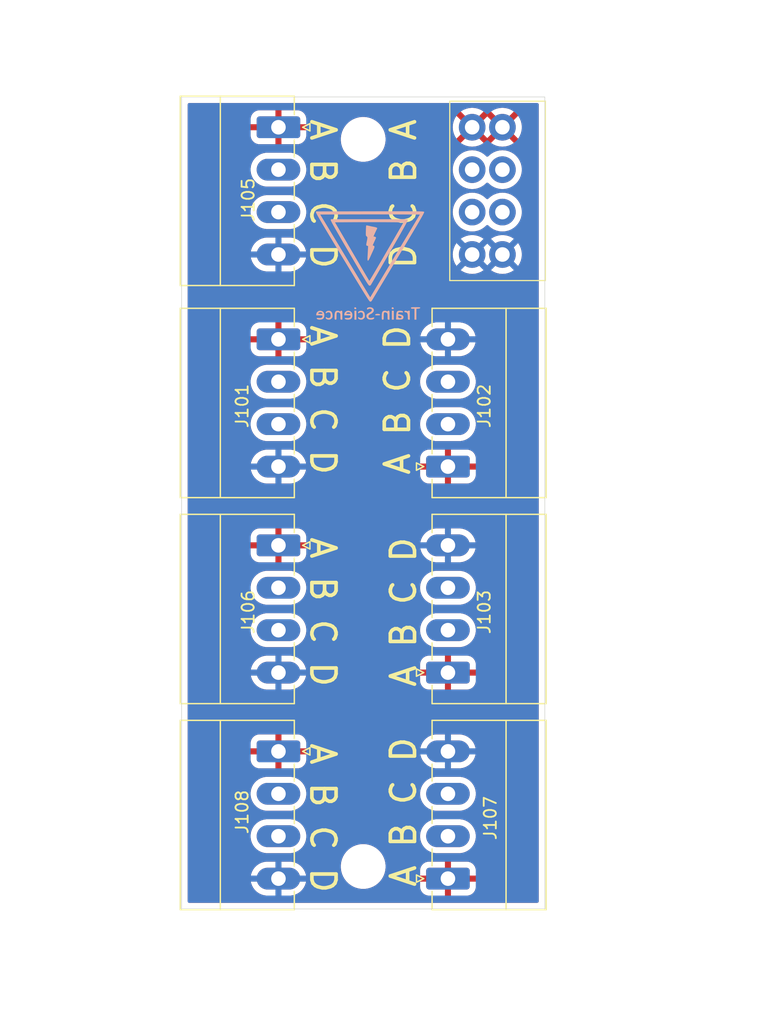
<source format=kicad_pcb>
(kicad_pcb (version 20240108) (generator "pcbnew") (generator_version "8.0")
  (layers (0 "F.Cu" signal) (1 "In1.Cu" signal) (2 "In2.Cu" signal) (31 "B.Cu" signal) (34 "B.Paste" user) (35 "F.Paste" user) (36 "B.SilkS" user "B.Silkscreen") (37 "F.SilkS" user "F.Silkscreen") (38 "B.Mask" user) (39 "F.Mask" user) (44 "Edge.Cuts" user))
  (net 0 "")
  (net 1 "/A")
  (net 2 "/D")
  (net 3 "/C")
  (net 4 "/B")
  (footprint "Connector_Phoenix_MC:PhoenixContact_MC_1,5_4-G-3.5_1x04_P3.50mm_Horizontal" (layer "F.Cu") (at 105 109.5 90)
    (property "Reference" "J107" (at 5 3.5 270) (layer "F.SilkS"))
    (property "Value" "FEMALE")
    (fp_line (start 0.3 -2.6) (end 0 -2) (stroke (width 0.12)) (layer "F.SilkS"))
    (fp_line (start -0.3 -2.6) (end 0.3 -2.6) (stroke (width 0.12)) (layer "F.SilkS"))
    (fp_line (start 0 -2) (end -0.3 -2.6) (stroke (width 0.12)) (layer "F.SilkS"))
    (fp_line (start 13.06 -1.31) (end 11.55 -1.31) (stroke (width 0.12)) (layer "F.SilkS"))
    (fp_line (start 8.05 -1.31) (end 9.45 -1.31) (stroke (width 0.12)) (layer "F.SilkS"))
    (fp_line (start 4.55 -1.31) (end 5.95 -1.31) (stroke (width 0.12)) (layer "F.SilkS"))
    (fp_line (start 1.05 -1.31) (end 2.45 -1.31) (stroke (width 0.12)) (layer "F.SilkS"))
    (fp_line (start -2.56 -1.31) (end -1.05 -1.31) (stroke (width 0.12)) (layer "F.SilkS"))
    (fp_line (start -2.56 -1.31) (end -2.56 8.11) (stroke (width 0.12)) (layer "F.SilkS"))
    (fp_line (start -2.56 4.8) (end 13.06 4.8) (stroke (width 0.12)) (layer "F.SilkS"))
    (fp_line (start 13.06 8.11) (end 13.06 -1.31) (stroke (width 0.12)) (layer "F.SilkS"))
    (fp_line (start -2.56 8.11) (end 13.06 8.11) (stroke (width 0.12)) (layer "F.SilkS"))
    (pad "1" thru_hole roundrect (at 0 0 90) (size 1.8 3.6) (drill 1.2) (layers "*.Cu" "*.Mask") (roundrect_rratio 0.138889) (net 1 "/A"))
    (pad "2" thru_hole oval (at 3.5 0 90) (size 1.8 3.6) (drill 1.2) (layers "*.Cu" "*.Mask") (net 4 "/B"))
    (pad "3" thru_hole oval (at 7 0 90) (size 1.8 3.6) (drill 1.2) (layers "*.Cu" "*.Mask") (net 3 "/C"))
    (pad "4" thru_hole oval (at 10.5 0 90) (size 1.8 3.6) (drill 1.2) (layers "*.Cu" "*.Mask") (net 2 "/D"))
  )
  (footprint "custom_kicad_lib_sk:connector_3.50mm_4P horizontal_MALE" (layer "F.Cu") (at 107 52.75 90)
    (property "Reference" "J104" (hide yes))
    (property "Value" "MALE" (hide yes))
    (fp_line (start 7.4 -1.85) (end 7.4 6.05) (stroke (width 0.1)) (layer "F.SilkS"))
    (fp_line (start -7.4 -1.85) (end 7.4 -1.85) (stroke (width 0.1)) (layer "F.SilkS"))
    (fp_line (start -7.4 -1.85) (end -7.4 6.05) (stroke (width 0.1)) (layer "F.SilkS"))
    (fp_line (start 7.4 6.05) (end -7.4 6.05) (stroke (width 0.1)) (layer "F.SilkS"))
    (pad "1" thru_hole circle (at -5.25 0 90) (size 2.2 2.2) (drill 1.2) (layers "*.Cu" "*.Mask") (net 2 "/D"))
    (pad "1" thru_hole circle (at -5.25 2.5 90) (size 2.2 2.2) (drill 1.2) (layers "*.Cu" "*.Mask") (net 2 "/D"))
    (pad "2" thru_hole circle (at -1.75 0 90) (size 2.2 2.2) (drill 1.2) (layers "*.Cu" "*.Mask") (net 3 "/C"))
    (pad "2" thru_hole circle (at -1.75 2.5 90) (size 2.2 2.2) (drill 1.2) (layers "*.Cu" "*.Mask") (net 3 "/C"))
    (pad "3" thru_hole circle (at 1.75 0 90) (size 2.2 2.2) (drill 1.2) (layers "*.Cu" "*.Mask") (net 4 "/B"))
    (pad "3" thru_hole circle (at 1.75 2.5 90) (size 2.2 2.2) (drill 1.2) (layers "*.Cu" "*.Mask") (net 4 "/B"))
    (pad "4" thru_hole circle (at 5.25 0 90) (size 2.2 2.2) (drill 1.2) (layers "*.Cu" "*.Mask") (net 1 "/A"))
    (pad "4" thru_hole circle (at 5.25 2.5 90) (size 2.2 2.2) (drill 1.2) (layers "*.Cu" "*.Mask") (net 1 "/A"))
  )
  (footprint "Connector_Phoenix_MC:PhoenixContact_MC_1,5_4-G-3.5_1x04_P3.50mm_Horizontal" (layer "F.Cu") (at 91 82 -90)
    (property "Reference" "J106" (at 5.5 2.5 90) (layer "F.SilkS"))
    (property "Value" "FEMALE")
    (fp_line (start -2.56 8.11) (end 13.06 8.11) (stroke (width 0.12)) (layer "F.SilkS"))
    (fp_line (start 13.06 8.11) (end 13.06 -1.31) (stroke (width 0.12)) (layer "F.SilkS"))
    (fp_line (start -2.56 4.8) (end 13.06 4.8) (stroke (width 0.12)) (layer "F.SilkS"))
    (fp_line (start -2.56 -1.31) (end -2.56 8.11) (stroke (width 0.12)) (layer "F.SilkS"))
    (fp_line (start -2.56 -1.31) (end -1.05 -1.31) (stroke (width 0.12)) (layer "F.SilkS"))
    (fp_line (start 1.05 -1.31) (end 2.45 -1.31) (stroke (width 0.12)) (layer "F.SilkS"))
    (fp_line (start 4.55 -1.31) (end 5.95 -1.31) (stroke (width 0.12)) (layer "F.SilkS"))
    (fp_line (start 8.05 -1.31) (end 9.45 -1.31) (stroke (width 0.12)) (layer "F.SilkS"))
    (fp_line (start 13.06 -1.31) (end 11.55 -1.31) (stroke (width 0.12)) (layer "F.SilkS"))
    (fp_line (start 0 -2) (end -0.3 -2.6) (stroke (width 0.12)) (layer "F.SilkS"))
    (fp_line (start -0.3 -2.6) (end 0.3 -2.6) (stroke (width 0.12)) (layer "F.SilkS"))
    (fp_line (start 0.3 -2.6) (end 0 -2) (stroke (width 0.12)) (layer "F.SilkS"))
    (pad "1" thru_hole roundrect (at 0 0 270) (size 1.8 3.6) (drill 1.2) (layers "*.Cu" "*.Mask") (roundrect_rratio 0.138889) (net 1 "/A"))
    (pad "2" thru_hole oval (at 3.5 0 270) (size 1.8 3.6) (drill 1.2) (layers "*.Cu" "*.Mask") (net 4 "/B"))
    (pad "3" thru_hole oval (at 7 0 270) (size 1.8 3.6) (drill 1.2) (layers "*.Cu" "*.Mask") (net 3 "/C"))
    (pad "4" thru_hole oval (at 10.5 0 270) (size 1.8 3.6) (drill 1.2) (layers "*.Cu" "*.Mask") (net 2 "/D"))
  )
  (footprint "Connector_Phoenix_MC:PhoenixContact_MC_1,5_4-G-3.5_1x04_P3.50mm_Horizontal" (layer "F.Cu") (at 91 99 -90)
    (property "Reference" "J108" (at 5 3 90) (layer "F.SilkS"))
    (property "Value" "FEMALE")
    (fp_line (start -2.56 8.11) (end 13.06 8.11) (stroke (width 0.12)) (layer "F.SilkS"))
    (fp_line (start 13.06 8.11) (end 13.06 -1.31) (stroke (width 0.12)) (layer "F.SilkS"))
    (fp_line (start -2.56 4.8) (end 13.06 4.8) (stroke (width 0.12)) (layer "F.SilkS"))
    (fp_line (start -2.56 -1.31) (end -2.56 8.11) (stroke (width 0.12)) (layer "F.SilkS"))
    (fp_line (start -2.56 -1.31) (end -1.05 -1.31) (stroke (width 0.12)) (layer "F.SilkS"))
    (fp_line (start 1.05 -1.31) (end 2.45 -1.31) (stroke (width 0.12)) (layer "F.SilkS"))
    (fp_line (start 4.55 -1.31) (end 5.95 -1.31) (stroke (width 0.12)) (layer "F.SilkS"))
    (fp_line (start 8.05 -1.31) (end 9.45 -1.31) (stroke (width 0.12)) (layer "F.SilkS"))
    (fp_line (start 13.06 -1.31) (end 11.55 -1.31) (stroke (width 0.12)) (layer "F.SilkS"))
    (fp_line (start 0 -2) (end -0.3 -2.6) (stroke (width 0.12)) (layer "F.SilkS"))
    (fp_line (start -0.3 -2.6) (end 0.3 -2.6) (stroke (width 0.12)) (layer "F.SilkS"))
    (fp_line (start 0.3 -2.6) (end 0 -2) (stroke (width 0.12)) (layer "F.SilkS"))
    (pad "1" thru_hole roundrect (at 0 0 270) (size 1.8 3.6) (drill 1.2) (layers "*.Cu" "*.Mask") (roundrect_rratio 0.138889) (net 1 "/A"))
    (pad "2" thru_hole oval (at 3.5 0 270) (size 1.8 3.6) (drill 1.2) (layers "*.Cu" "*.Mask") (net 4 "/B"))
    (pad "3" thru_hole oval (at 7 0 270) (size 1.8 3.6) (drill 1.2) (layers "*.Cu" "*.Mask") (net 3 "/C"))
    (pad "4" thru_hole oval (at 10.5 0 270) (size 1.8 3.6) (drill 1.2) (layers "*.Cu" "*.Mask") (net 2 "/D"))
  )
  (footprint "MountingHole:MountingHole_3.2mm_M3" (layer "F.Cu") (at 98 48.5)
    (property "Reference" "REF**" (hide yes))
    (property "Value" "MountingHole_3.2mm_M3")
    (pad "" np_thru_hole circle (at 0 0) (size 3.2 3.2) (drill 3.2) (layers "F&B.Cu" "*.Mask"))
  )
  (footprint "Connector_Phoenix_MC:PhoenixContact_MC_1,5_4-G-3.5_1x04_P3.50mm_Horizontal" (layer "F.Cu") (at 91 65 -90)
    (property "Reference" "J101" (at 5.5 3 90) (layer "F.SilkS"))
    (property "Value" "FEMALE")
    (fp_line (start -2.56 8.11) (end 13.06 8.11) (stroke (width 0.12)) (layer "F.SilkS"))
    (fp_line (start 13.06 8.11) (end 13.06 -1.31) (stroke (width 0.12)) (layer "F.SilkS"))
    (fp_line (start -2.56 4.8) (end 13.06 4.8) (stroke (width 0.12)) (layer "F.SilkS"))
    (fp_line (start -2.56 -1.31) (end -2.56 8.11) (stroke (width 0.12)) (layer "F.SilkS"))
    (fp_line (start -2.56 -1.31) (end -1.05 -1.31) (stroke (width 0.12)) (layer "F.SilkS"))
    (fp_line (start 1.05 -1.31) (end 2.45 -1.31) (stroke (width 0.12)) (layer "F.SilkS"))
    (fp_line (start 4.55 -1.31) (end 5.95 -1.31) (stroke (width 0.12)) (layer "F.SilkS"))
    (fp_line (start 8.05 -1.31) (end 9.45 -1.31) (stroke (width 0.12)) (layer "F.SilkS"))
    (fp_line (start 13.06 -1.31) (end 11.55 -1.31) (stroke (width 0.12)) (layer "F.SilkS"))
    (fp_line (start 0 -2) (end -0.3 -2.6) (stroke (width 0.12)) (layer "F.SilkS"))
    (fp_line (start -0.3 -2.6) (end 0.3 -2.6) (stroke (width 0.12)) (layer "F.SilkS"))
    (fp_line (start 0.3 -2.6) (end 0 -2) (stroke (width 0.12)) (layer "F.SilkS"))
    (pad "1" thru_hole roundrect (at 0 0 270) (size 1.8 3.6) (drill 1.2) (layers "*.Cu" "*.Mask") (roundrect_rratio 0.138889) (net 1 "/A"))
    (pad "2" thru_hole oval (at 3.5 0 270) (size 1.8 3.6) (drill 1.2) (layers "*.Cu" "*.Mask") (net 4 "/B"))
    (pad "3" thru_hole oval (at 7 0 270) (size 1.8 3.6) (drill 1.2) (layers "*.Cu" "*.Mask") (net 3 "/C"))
    (pad "4" thru_hole oval (at 10.5 0 270) (size 1.8 3.6) (drill 1.2) (layers "*.Cu" "*.Mask") (net 2 "/D"))
  )
  (footprint "Connector_Phoenix_MC:PhoenixContact_MC_1,5_4-G-3.5_1x04_P3.50mm_Horizontal" (layer "F.Cu") (at 105 92.5 90)
    (property "Reference" "J103" (at 5 3 270) (layer "F.SilkS"))
    (property "Value" "FEMALE")
    (fp_line (start 0.3 -2.6) (end 0 -2) (stroke (width 0.12)) (layer "F.SilkS"))
    (fp_line (start -0.3 -2.6) (end 0.3 -2.6) (stroke (width 0.12)) (layer "F.SilkS"))
    (fp_line (start 0 -2) (end -0.3 -2.6) (stroke (width 0.12)) (layer "F.SilkS"))
    (fp_line (start 13.06 -1.31) (end 11.55 -1.31) (stroke (width 0.12)) (layer "F.SilkS"))
    (fp_line (start 8.05 -1.31) (end 9.45 -1.31) (stroke (width 0.12)) (layer "F.SilkS"))
    (fp_line (start 4.55 -1.31) (end 5.95 -1.31) (stroke (width 0.12)) (layer "F.SilkS"))
    (fp_line (start 1.05 -1.31) (end 2.45 -1.31) (stroke (width 0.12)) (layer "F.SilkS"))
    (fp_line (start -2.56 -1.31) (end -1.05 -1.31) (stroke (width 0.12)) (layer "F.SilkS"))
    (fp_line (start -2.56 -1.31) (end -2.56 8.11) (stroke (width 0.12)) (layer "F.SilkS"))
    (fp_line (start -2.56 4.8) (end 13.06 4.8) (stroke (width 0.12)) (layer "F.SilkS"))
    (fp_line (start 13.06 8.11) (end 13.06 -1.31) (stroke (width 0.12)) (layer "F.SilkS"))
    (fp_line (start -2.56 8.11) (end 13.06 8.11) (stroke (width 0.12)) (layer "F.SilkS"))
    (pad "1" thru_hole roundrect (at 0 0 90) (size 1.8 3.6) (drill 1.2) (layers "*.Cu" "*.Mask") (roundrect_rratio 0.138889) (net 1 "/A"))
    (pad "2" thru_hole oval (at 3.5 0 90) (size 1.8 3.6) (drill 1.2) (layers "*.Cu" "*.Mask") (net 4 "/B"))
    (pad "3" thru_hole oval (at 7 0 90) (size 1.8 3.6) (drill 1.2) (layers "*.Cu" "*.Mask") (net 3 "/C"))
    (pad "4" thru_hole oval (at 10.5 0 90) (size 1.8 3.6) (drill 1.2) (layers "*.Cu" "*.Mask") (net 2 "/D"))
  )
  (footprint "MountingHole:MountingHole_3.2mm_M3" (layer "F.Cu") (at 98 108.5)
    (property "Reference" "REF**" (hide yes))
    (property "Value" "MountingHole_3.2mm_M3")
    (pad "" np_thru_hole circle (at 0 0) (size 3.2 3.2) (drill 3.2) (layers "*.Cu" "*.Mask"))
  )
  (footprint "Connector_Phoenix_MC:PhoenixContact_MC_1,5_4-G-3.5_1x04_P3.50mm_Horizontal" (layer "F.Cu") (at 105 75.5 90)
    (property "Reference" "J102" (at 5 3 270) (layer "F.SilkS"))
    (property "Value" "FEMALE")
    (fp_line (start 0.3 -2.6) (end 0 -2) (stroke (width 0.12)) (layer "F.SilkS"))
    (fp_line (start -0.3 -2.6) (end 0.3 -2.6) (stroke (width 0.12)) (layer "F.SilkS"))
    (fp_line (start 0 -2) (end -0.3 -2.6) (stroke (width 0.12)) (layer "F.SilkS"))
    (fp_line (start 13.06 -1.31) (end 11.55 -1.31) (stroke (width 0.12)) (layer "F.SilkS"))
    (fp_line (start 8.05 -1.31) (end 9.45 -1.31) (stroke (width 0.12)) (layer "F.SilkS"))
    (fp_line (start 4.55 -1.31) (end 5.95 -1.31) (stroke (width 0.12)) (layer "F.SilkS"))
    (fp_line (start 1.05 -1.31) (end 2.45 -1.31) (stroke (width 0.12)) (layer "F.SilkS"))
    (fp_line (start -2.56 -1.31) (end -1.05 -1.31) (stroke (width 0.12)) (layer "F.SilkS"))
    (fp_line (start -2.56 -1.31) (end -2.56 8.11) (stroke (width 0.12)) (layer "F.SilkS"))
    (fp_line (start -2.56 4.8) (end 13.06 4.8) (stroke (width 0.12)) (layer "F.SilkS"))
    (fp_line (start 13.06 8.11) (end 13.06 -1.31) (stroke (width 0.12)) (layer "F.SilkS"))
    (fp_line (start -2.56 8.11) (end 13.06 8.11) (stroke (width 0.12)) (layer "F.SilkS"))
    (pad "1" thru_hole roundrect (at 0 0 90) (size 1.8 3.6) (drill 1.2) (layers "*.Cu" "*.Mask") (roundrect_rratio 0.138889) (net 1 "/A"))
    (pad "2" thru_hole oval (at 3.5 0 90) (size 1.8 3.6) (drill 1.2) (layers "*.Cu" "*.Mask") (net 4 "/B"))
    (pad "3" thru_hole oval (at 7 0 90) (size 1.8 3.6) (drill 1.2) (layers "*.Cu" "*.Mask") (net 3 "/C"))
    (pad "4" thru_hole oval (at 10.5 0 90) (size 1.8 3.6) (drill 1.2) (layers "*.Cu" "*.Mask") (net 2 "/D"))
  )
  (footprint "Connector_Phoenix_MC:PhoenixContact_MC_1,5_4-G-3.5_1x04_P3.50mm_Horizontal" (layer "F.Cu") (at 91 47.5 -90)
    (property "Reference" "J105" (at 6 2.5 90) (layer "F.SilkS"))
    (property "Value" "FEMALE")
    (fp_line (start -2.56 8.11) (end 13.06 8.11) (stroke (width 0.12)) (layer "F.SilkS"))
    (fp_line (start 13.06 8.11) (end 13.06 -1.31) (stroke (width 0.12)) (layer "F.SilkS"))
    (fp_line (start -2.56 4.8) (end 13.06 4.8) (stroke (width 0.12)) (layer "F.SilkS"))
    (fp_line (start -2.56 -1.31) (end -2.56 8.11) (stroke (width 0.12)) (layer "F.SilkS"))
    (fp_line (start -2.56 -1.31) (end -1.05 -1.31) (stroke (width 0.12)) (layer "F.SilkS"))
    (fp_line (start 1.05 -1.31) (end 2.45 -1.31) (stroke (width 0.12)) (layer "F.SilkS"))
    (fp_line (start 4.55 -1.31) (end 5.95 -1.31) (stroke (width 0.12)) (layer "F.SilkS"))
    (fp_line (start 8.05 -1.31) (end 9.45 -1.31) (stroke (width 0.12)) (layer "F.SilkS"))
    (fp_line (start 13.06 -1.31) (end 11.55 -1.31) (stroke (width 0.12)) (layer "F.SilkS"))
    (fp_line (start 0 -2) (end -0.3 -2.6) (stroke (width 0.12)) (layer "F.SilkS"))
    (fp_line (start -0.3 -2.6) (end 0.3 -2.6) (stroke (width 0.12)) (layer "F.SilkS"))
    (fp_line (start 0.3 -2.6) (end 0 -2) (stroke (width 0.12)) (layer "F.SilkS"))
    (pad "1" thru_hole roundrect (at 0 0 270) (size 1.8 3.6) (drill 1.2) (layers "*.Cu" "*.Mask") (roundrect_rratio 0.138889) (net 1 "/A"))
    (pad "2" thru_hole oval (at 3.5 0 270) (size 1.8 3.6) (drill 1.2) (layers "*.Cu" "*.Mask") (net 4 "/B"))
    (pad "3" thru_hole oval (at 7 0 270) (size 1.8 3.6) (drill 1.2) (layers "*.Cu" "*.Mask") (net 3 "/C"))
    (pad "4" thru_hole oval (at 10.5 0 270) (size 1.8 3.6) (drill 1.2) (layers "*.Cu" "*.Mask") (net 2 "/D"))
  )
  (footprint "custom_kicad_lib_sk:Train-Science logo small" (layer "B.Cu") (at 98.5 59 180)
    (property "Reference" "G***" (hide yes))
    (property "Value" "LOGO" (hide yes))
    (fp_poly (pts (xy 1.223321 -4.3782) (xy 1.062357 -4.3782) (xy 1.062357 -3.637769) (xy 1.223321 -3.637769)) (fill solid) (layer "B.SilkS"))
    (fp_poly (pts (xy -1.867174 -4.3782) (xy -2.028137 -4.3782) (xy -2.028137 -3.637769) (xy -1.867174 -3.637769)) (fill solid) (layer "B.SilkS"))
    (fp_poly (pts (xy 1.211443 -3.365565) (xy 1.235424 -3.397528) (xy 1.241537 -3.467248) (xy 1.192998 -3.5033) (xy 1.1387 -3.508999) (xy 1.079454 -3.497959) (xy 1.066286 -3.453786) (xy 1.068167 -3.436565) (xy 1.099438 -3.378361) (xy 1.155683 -3.352714)) (fill solid) (layer "B.SilkS"))
    (fp_poly (pts (xy -1.879051 -3.365565) (xy -1.85507 -3.397528) (xy -1.848957 -3.467248) (xy -1.897497 -3.5033) (xy -1.951794 -3.508999) (xy -2.01104 -3.497959) (xy -2.024208 -3.453786) (xy -2.022328 -3.436565) (xy -1.991057 -3.378361) (xy -1.934811 -3.352714)) (fill solid) (layer "B.SilkS"))
    (fp_poly (pts (xy -0.612737 -3.9006) (xy -0.533283 -3.922266) (xy -0.490713 -3.961014) (xy -0.488845 -3.967744) (xy -0.490951 -3.998166) (xy -0.520453 -4.01526) (xy -0.590351 -4.022672) (xy -0.689781 -4.024081) (xy -0.808268 -4.020841) (xy -0.874379 -4.009353) (xy -0.899883 -3.986965) (xy -0.901394 -3.976406) (xy -0.873403 -3.933919) (xy -0.802697 -3.906845) (xy -0.709175 -3.895599)) (fill solid) (layer "B.SilkS"))
    (fp_poly (pts (xy -3.20706 -3.649174) (xy -3.187072 -3.671095) (xy -3.167366 -3.687977) (xy -3.124803 -3.671095) (xy -3.032476 -3.639196) (xy -2.952967 -3.641074) (xy -2.904379 -3.674259) (xy -2.897338 -3.702155) (xy -2.912873 -3.749633) (xy -2.970283 -3.766013) (xy -2.992091 -3.76654) (xy -3.08017 -3.784752) (xy -3.139695 -3.843818) (xy -3.1741 -3.950385) (xy -3.18682 -4.1111) (xy -3.187072 -4.143919) (xy -3.188151 -4.264488) (xy -3.194538 -4.33444) (xy -3.210963 -4.367539) (xy -3.242154 -4.377549) (xy -3.267554 -4.3782) (xy -3.348035 -4.3782) (xy -3.348035 -3.637769) (xy -3.267554 -3.637769)) (fill solid) (layer "B.SilkS"))
    (fp_poly (pts (xy -3.669632 -3.34866) (xy -3.559722 -3.351709) (xy -3.492918 -3.358945) (xy -3.458582 -3.372129) (xy -3.446076 -3.393024) (xy -3.444613 -3.412421) (xy -3.454092 -3.452657) (xy -3.493451 -3.471683) (xy -3.579073 -3.476782) (xy -3.58948 -3.476806) (xy -3.734347 -3.476806) (xy -3.734347 -4.3782) (xy -3.89531 -4.3782) (xy -3.89531 -3.480334) (xy -4.047936 -3.470522) (xy -4.148526 -3.457408) (xy -4.198923 -3.431105) (xy -4.21126 -3.404373) (xy -4.210399 -3.380588) (xy -4.190335 -3.364589) (xy -4.140901 -3.354863) (xy -4.051928 -3.349892) (xy -3.91325 -3.348161) (xy -3.833286 -3.348036)) (fill solid) (layer "B.SilkS"))
    (fp_poly (pts (xy 3.456146 -3.654371) (xy 3.543105 -3.697368) (xy 3.592791 -3.756548) (xy 3.594178 -3.814197) (xy 3.572895 -3.852981) (xy 3.542199 -3.843557) (xy 3.513841 -3.819211) (xy 3.424501 -3.7745) (xy 3.322943 -3.773442) (xy 3.238538 -3.81626) (xy 3.237661 -3.817129) (xy 3.201357 -3.890078) (xy 3.187495 -3.994878) (xy 3.196074 -4.103032) (xy 3.227095 -4.186043) (xy 3.237661 -4.198841) (xy 3.321639 -4.242246) (xy 3.423161 -4.241772) (xy 3.512857 -4.197642) (xy 3.513841 -4.196759) (xy 3.559116 -4.162129) (xy 3.582547 -4.174932) (xy 3.594178 -4.201773) (xy 3.589623 -4.267108) (xy 3.534669 -4.324764) (xy 3.443265 -4.364981) (xy 3.341993 -4.3782) (xy 3.23693 -4.364144) (xy 3.150524 -4.312169) (xy 3.116435 -4.280323) (xy 3.06227 -4.220957) (xy 3.03476 -4.166703) (xy 3.027277 -4.094215) (xy 3.032787 -3.985733) (xy 3.063239 -3.823108) (xy 3.128926 -3.713042) (xy 3.232557 -3.652527) (xy 3.346264 -3.637769)) (fill solid) (layer "B.SilkS"))
    (fp_poly (pts (xy 0.784156 -3.654371) (xy 0.871115 -3.697368) (xy 0.920801 -3.756548) (xy 0.922188 -3.814197) (xy 0.900905 -3.852981) (xy 0.870209 -3.843557) (xy 0.841851 -3.819211) (xy 0.752511 -3.7745) (xy 0.650954 -3.773442) (xy 0.566548 -3.81626) (xy 0.565671 -3.817129) (xy 0.529974 -3.888454) (xy 0.515171 -3.998249) (xy 0.515082 -4.007985) (xy 0.527932 -4.119813) (xy 0.562192 -4.195116) (xy 0.565671 -4.198841) (xy 0.649649 -4.242246) (xy 0.751171 -4.241772) (xy 0.840868 -4.197642) (xy 0.841851 -4.196759) (xy 0.887126 -4.162129) (xy 0.910558 -4.174932) (xy 0.922188 -4.201773) (xy 0.917633 -4.267108) (xy 0.862679 -4.324764) (xy 0.771275 -4.364981) (xy 0.670003 -4.3782) (xy 0.56494 -4.364144) (xy 0.478534 -4.312169) (xy 0.444446 -4.280323) (xy 0.39028 -4.220957) (xy 0.36277 -4.166703) (xy 0.355287 -4.094215) (xy 0.360798 -3.985733) (xy 0.391249 -3.823108) (xy 0.456936 -3.713042) (xy 0.560567 -3.652527) (xy 0.674274 -3.637769)) (fill solid) (layer "B.SilkS"))
    (fp_poly (pts (xy 0.08045 -3.363771) (xy 0.163476 -3.40824) (xy 0.193154 -3.477335) (xy 0.193156 -3.477939) (xy 0.170182 -3.528914) (xy 0.121334 -3.539789) (xy 0.080482 -3.508999) (xy 0.032611 -3.483439) (xy -0.047363 -3.477888) (xy -0.130866 -3.490818) (xy -0.189325 -3.520703) (xy -0.191874 -3.52355) (xy -0.21804 -3.596183) (xy -0.180966 -3.673245) (xy -0.081544 -3.753443) (xy -0.004028 -3.796699) (xy 0.136108 -3.882305) (xy 0.216714 -3.971193) (xy 0.24249 -4.071135) (xy 0.223825 -4.173564) (xy 0.164082 -4.275535) (xy 0.095495 -4.330471) (xy -0.018443 -4.366535) (xy -0.150995 -4.376193) (xy -0.274362 -4.359597) (xy -0.346956 -4.328086) (xy -0.40363 -4.272052) (xy -0.419312 -4.22251) (xy -0.394108 -4.195068) (xy -0.346071 -4.199064) (xy -0.197064 -4.233359) (xy -0.075009 -4.242002) (xy 0.005829 -4.224264) (xy 0.015788 -4.217493) (xy 0.061853 -4.14537) (xy 0.055341 -4.062595) (xy 0.002818 -3.983964) (xy -0.089151 -3.924271) (xy -0.119083 -3.913566) (xy -0.188092 -3.877866) (xy -0.269912 -3.816568) (xy -0.288095 -3.800264) (xy -0.365715 -3.694707) (xy -0.385703 -3.587357) (xy -0.353625 -3.488715) (xy -0.27505 -3.409279) (xy -0.155545 -3.359551) (xy -0.048289 -3.348036)) (fill solid) (layer "B.SilkS"))
    (fp_poly (pts (xy -2.40532 -3.645768) (xy -2.326525 -3.67613) (xy -2.275297 -3.738404) (xy -2.245189 -3.842138) (xy -2.22975 -3.996881) (xy -2.226439 -4.069661) (xy -2.215488 -4.366149) (xy -2.45432 -4.371021) (xy -2.611055 -4.367821) (xy -2.715337 -4.349617) (xy -2.763052 -4.326932) (xy -2.817997 -4.253657) (xy -2.8318 -4.157537) (xy -2.826579 -4.141434) (xy -2.663371 -4.141434) (xy -2.661178 -4.198977) (xy -2.617211 -4.235887) (xy -2.541587 -4.248708) (xy -2.462907 -4.236034) (xy -2.420887 -4.210799) (xy -2.387663 -4.147033) (xy -2.382256 -4.110009) (xy -2.391113 -4.070273) (xy -2.429399 -4.05887) (xy -2.5002 -4.066989) (xy -2.611613 -4.096669) (xy -2.663371 -4.141434) (xy -2.826579 -4.141434) (xy -2.80241 -4.066887) (xy -2.783578 -4.04369) (xy -2.714915 -4.000608) (xy -2.611053 -3.960717) (xy -2.500848 -3.933723) (xy -2.438593 -3.927683) (xy -2.39073 -3.905832) (xy -2.389171 -3.848663) (xy -2.411779 -3.801951) (xy -2.44845 -3.775964) (xy -2.522247 -3.768689) (xy -2.620538 -3.77548) (xy -2.726931 -3.782973) (xy -2.782746 -3.776184) (xy -2.800575 -3.753278) (xy -2.80076 -3.74925) (xy -2.770723 -3.693209) (xy -2.685633 -3.655257) (xy -2.553023 -3.638364) (xy -2.518132 -3.637769)) (fill solid) (layer "B.SilkS"))
    (fp_poly (pts (xy 4.191957 -3.665419) (xy 4.293411 -3.737669) (xy 4.360573 -3.838471) (xy 4.3782 -3.925027) (xy 4.3782 -4.024081) (xy 4.120659 -4.024081) (xy 3.992123 -4.025517) (xy 3.915069 -4.031892) (xy 3.876617 -4.046313) (xy 3.86389 -4.071882) (xy 3.863118 -4.086167) (xy 3.886785 -4.17496) (xy 3.959423 -4.227168) (xy 4.083491 -4.244072) (xy 4.15906 -4.240295) (xy 4.267524 -4.233706) (xy 4.325375 -4.2403) (xy 4.345405 -4.262067) (xy 4.346008 -4.269376) (xy 4.317527 -4.321331) (xy 4.243324 -4.357024) (xy 4.140255 -4.375338) (xy 4.025174 -4.375154) (xy 3.91494 -4.355354) (xy 3.826407 -4.31482) (xy 3.813457 -4.304705) (xy 3.748327 -4.223779) (xy 3.71501 -4.110586) (xy 3.710957 -4.07989) (xy 3.714938 -3.908) (xy 3.730244 -3.869557) (xy 3.863118 -3.869557) (xy 3.892233 -3.883662) (xy 3.967337 -3.893017) (xy 4.040178 -3.895311) (xy 4.137154 -3.891076) (xy 4.201466 -3.880152) (xy 4.217237 -3.869557) (xy 4.188421 -3.814477) (xy 4.114915 -3.776712) (xy 4.040178 -3.76654) (xy 3.945509 -3.783306) (xy 3.880602 -3.826073) (xy 3.863118 -3.869557) (xy 3.730244 -3.869557) (xy 3.767799 -3.775233) (xy 3.866587 -3.685192) (xy 4.008349 -3.641482) (xy 4.073248 -3.637769)) (fill solid) (layer "B.SilkS"))
    (fp_poly (pts (xy 2.715567 -3.652213) (xy 2.788671 -3.700519) (xy 2.835175 -3.79015) (xy 2.859236 -3.928568) (xy 2.865146 -4.092808) (xy 2.86448 -4.228722) (xy 2.860137 -4.312734) (xy 2.848595 -4.357328) (xy 2.826334 -4.374987) (xy 2.789834 -4.378194) (xy 2.784664 -4.3782) (xy 2.744587 -4.375415) (xy 2.72067 -4.358257) (xy 2.708742 -4.313522) (xy 2.704637 -4.228007) (xy 2.704183 -4.123292) (xy 2.70181 -3.995739) (xy 2.69553 -3.889366) (xy 2.686599 -3.82384) (xy 2.684642 -3.817462) (xy 2.638586 -3.775444) (xy 2.56069 -3.771399) (xy 2.471162 -3.805399) (xy 2.453804 -3.816654) (xy 2.417528 -3.84892) (xy 2.396019 -3.893461) (xy 2.385541 -3.966262) (xy 2.382352 -4.083304) (xy 2.382256 -4.122485) (xy 2.381383 -4.249664) (xy 2.375999 -4.325642) (xy 2.361955 -4.363601) (xy 2.335101 -4.376724) (xy 2.301774 -4.3782) (xy 2.221293 -4.3782) (xy 2.221293 -4.007985) (xy 2.22168 -3.849262) (xy 2.224378 -3.743962) (xy 2.231689 -3.681124) (xy 2.245918 -3.649787) (xy 2.269368 -3.638988) (xy 2.299092 -3.637769) (xy 2.364561 -3.652507) (xy 2.391646 -3.67801) (xy 2.413142 -3.702107) (xy 2.449056 -3.67801) (xy 2.508105 -3.651219) (xy 2.597263 -3.63805) (xy 2.611707 -3.637769)) (fill solid) (layer "B.SilkS"))
    (fp_poly (pts (xy 1.874086 -3.665419) (xy 1.97554 -3.737669) (xy 2.042702 -3.838471) (xy 2.06033 -3.925027) (xy 2.06033 -4.024081) (xy 1.802788 -4.024081) (xy 1.674253 -4.025517) (xy 1.597198 -4.031892) (xy 1.558746 -4.046313) (xy 1.54602 -4.071882) (xy 1.545247 -4.086167) (xy 1.568914 -4.17496) (xy 1.641552 -4.227168) (xy 1.76562 -4.244072) (xy 1.841189 -4.240295) (xy 1.949653 -4.233706) (xy 2.007504 -4.2403) (xy 2.027535 -4.262067) (xy 2.028137 -4.269376) (xy 1.999657 -4.321331) (xy 1.925454 -4.357024) (xy 1.822384 -4.375338) (xy 1.707304 -4.375154) (xy 1.597069 -4.355354) (xy 1.508536 -4.31482) (xy 1.495586 -4.304705) (xy 1.430456 -4.223779) (xy 1.397139 -4.110586) (xy 1.393087 -4.07989) (xy 1.397067 -3.908) (xy 1.412373 -3.869557) (xy 1.545247 -3.869557) (xy 1.574363 -3.883662) (xy 1.649466 -3.893017) (xy 1.722307 -3.895311) (xy 1.819283 -3.891076) (xy 1.883595 -3.880152) (xy 1.899366 -3.869557) (xy 1.87055 -3.814477) (xy 1.797044 -3.776712) (xy 1.722307 -3.76654) (xy 1.627639 -3.783306) (xy 1.562731 -3.826073) (xy 1.545247 -3.869557) (xy 1.412373 -3.869557) (xy 1.449928 -3.775233) (xy 1.548716 -3.685192) (xy 1.690478 -3.641482) (xy 1.755377 -3.637769)) (fill solid) (layer "B.SilkS"))
    (fp_poly (pts (xy -1.179743 -3.652213) (xy -1.106639 -3.700519) (xy -1.060135 -3.79015) (xy -1.036075 -3.928568) (xy -1.030165 -4.092808) (xy -1.03083 -4.228722) (xy -1.035174 -4.312734) (xy -1.046716 -4.357328) (xy -1.068976 -4.374987) (xy -1.105476 -4.378194) (xy -1.110646 -4.3782) (xy -1.150723 -4.375415) (xy -1.174641 -4.358257) (xy -1.186568 -4.313522) (xy -1.190674 -4.228007) (xy -1.191128 -4.123292) (xy -1.193501 -3.995739) (xy -1.199781 -3.889366) (xy -1.208712 -3.82384) (xy -1.210669 -3.817462) (xy -1.256725 -3.775444) (xy -1.33462 -3.771399) (xy -1.424149 -3.805399) (xy -1.441506 -3.816654) (xy -1.477783 -3.84892) (xy -1.499291 -3.893461) (xy -1.50977 -3.966262) (xy -1.512958 -4.083304) (xy -1.513054 -4.122485) (xy -1.513927 -4.249664) (xy -1.519311 -4.325642) (xy -1.533355 -4.363601) (xy -1.560209 -4.376724) (xy -1.593536 -4.3782) (xy -1.674018 -4.3782) (xy -1.674018 -4.007985) (xy -1.67363 -3.849262) (xy -1.670933 -3.743962) (xy -1.663621 -3.681124) (xy -1.649392 -3.649787) (xy -1.625943 -3.638988) (xy -1.596219 -3.637769) (xy -1.53075 -3.652507) (xy -1.503665 -3.67801) (xy -1.482168 -3.702107) (xy -1.446255 -3.67801) (xy -1.387205 -3.651219) (xy -1.298048 -3.63805) (xy -1.283604 -3.637769)) (fill solid) (layer "B.SilkS"))
    (fp_poly (pts (xy 0.250482 3.398018) (xy 0.258312 3.360431) (xy 0.266207 3.271171) (xy 0.273323 3.142944) (xy 0.278815 2.988455) (xy 0.279494 2.961822) (xy 0.283147 2.79102) (xy 0.28333 2.672993) (xy 0.27842 2.596159) (xy 0.266793 2.548934) (xy 0.246824 2.519735) (xy 0.216889 2.496979) (xy 0.214047 2.495112) (xy 0.177374 2.463714) (xy 0.157846 2.420729) (xy 0.155167 2.353836) (xy 0.169042 2.250716) (xy 0.199173 2.099046) (xy 0.20399 2.076426) (xy 0.234196 1.927607) (xy 0.248081 1.829473) (xy 0.244797 1.770209) (xy 0.223496 1.738003) (xy 0.183328 1.721039) (xy 0.178383 1.719762) (xy 0.093995 1.698582) (xy 0.113104 1.340229) (xy 0.122361 1.168329) (xy 0.13182 0.9955) (xy 0.140114 0.846597) (xy 0.144094 0.776804) (xy 0.147732 0.616402) (xy 0.136399 0.518612) (xy 0.110043 0.48341) (xy 0.068612 0.510774) (xy 0.012053 0.600683) (xy -0.036281 0.70019) (xy -0.094889 0.829583) (xy -0.151819 0.955614) (xy -0.192615 1.046261) (xy -0.235959 1.142058) (xy -0.293724 1.268625) (xy -0.352412 1.396402) (xy -0.410483 1.535855) (xy -0.432862 1.630868) (xy -0.419591 1.690556) (xy -0.370712 1.724039) (xy -0.353957 1.729118) (xy -0.302087 1.746117) (xy -0.289734 1.754248) (xy -0.301976 1.787815) (xy -0.333966 1.863803) (xy -0.378601 1.966115) (xy -0.428778 2.078653) (xy -0.477393 2.185319) (xy -0.517132 2.269582) (xy -0.553917 2.350924) (xy -0.561542 2.396199) (xy -0.540994 2.426228) (xy -0.525165 2.438593) (xy -0.452176 2.472508) (xy -0.412351 2.478834) (xy -0.36338 2.484926) (xy -0.354119 2.492061) (xy -0.366789 2.526986) (xy -0.400137 2.60474) (xy -0.447168 2.710013) (xy -0.500888 2.827498) (xy -0.554304 2.941887) (xy -0.600421 3.037873) (xy -0.630486 3.096942) (xy -0.659596 3.160107) (xy -0.65177 3.193594) (xy -0.620583 3.213855) (xy -0.53333 3.246777) (xy -0.395236 3.27925) (xy -0.273637 3.301207) (xy -0.190498 3.31751) (xy -0.07335 3.34338) (xy 0.027233 3.367139) (xy 0.134416 3.389945) (xy 0.215087 3.40089)) (fill solid) (layer "B.SilkS"))
    (fp_poly (pts (xy 3.179239 3.830925) (xy 3.169077 3.796052) (xy 3.134748 3.721875) (xy 3.075339 3.60678) (xy 2.989941 3.449155) (xy 2.877641 3.24739) (xy 2.737526 2.999872) (xy 2.568687 2.704989) (xy 2.370211 2.361128) (xy 2.141187 1.966679) (xy 1.880703 1.52003) (xy 1.631778 1.09455) (xy 1.368647 0.645596) (xy 1.135907 0.249143) (xy 0.93161 -0.097982) (xy 0.753807 -0.398953) (xy 0.60055 -0.656942) (xy 0.469891 -0.875124) (xy 0.359881 -1.05667) (xy 0.268572 -1.204755) (xy 0.194014 -1.322552) (xy 0.134261 -1.413233) (xy 0.087362 -1.479973) (xy 0.051371 -1.525943) (xy 0.024337 -1.554318) (xy 0.004314 -1.568271) (xy -0.004969 -1.571019) (xy -0.078828 -1.563333) (xy -0.118283 -1.538827) (xy -0.138767 -1.505458) (xy -0.189191 -1.420294) (xy -0.267262 -1.287274) (xy -0.370688 -1.110339) (xy -0.497173 -0.893428) (xy -0.644426 -0.640482) (xy -0.810153 -0.355441) (xy -0.99206 -0.042244) (xy -1.187855 0.295169) (xy -1.395243 0.652857) (xy -1.611932 1.02688) (xy -1.660439 1.110646) (xy -1.943382 1.600038) (xy -2.194371 2.035755) (xy -2.414343 2.419476) (xy -2.604234 2.752877) (xy -2.764981 3.037634) (xy -2.89752 3.275425) (xy -3.002787 3.467927) (xy -3.081719 3.616816) (xy -3.100264 3.653866) (xy -2.831057 3.653866) (xy -1.427803 1.229825) (xy -1.217976 0.867944) (xy -1.017222 0.522838) (xy -0.827885 0.198474) (xy -0.652308 -0.101185) (xy -0.492836 -0.372174) (xy -0.351814 -0.61053) (xy -0.231586 -0.812287) (xy -0.134496 -0.973481) (xy -0.062889 -1.090149) (xy -0.019109 -1.158326) (xy -0.005551 -1.175218) (xy 0.013203 -1.145197) (xy 0.062076 -1.063637) (xy 0.138687 -0.934577) (xy 0.240658 -0.762061) (xy 0.365609 -0.55013) (xy 0.511161 -0.302826) (xy 0.674935 -0.02419) (xy 0.854552 0.281735) (xy 1.047632 0.610908) (xy 1.251797 0.959287) (xy 1.421346 1.248823) (xy 2.829247 3.653866) (xy 1.414623 3.662249) (xy 1.04211 3.663984) (xy 0.624153 3.665121) (xy 0.179691 3.665659) (xy -0.272337 3.665598) (xy -0.712992 3.664938) (xy -1.123334 3.663678) (xy -1.415529 3.662249) (xy -2.831057 3.653866) (xy -3.100264 3.653866) (xy -3.135253 3.723769) (xy -3.164325 3.790463) (xy -3.17064 3.814829) (xy -3.170976 3.911407) (xy 3.170976 3.911407)) (fill solid) (layer "B.SilkS"))
    (fp_poly (pts (xy -2.177236 4.566716) (xy -1.724771 4.566214) (xy -1.217326 4.565463) (xy -0.651718 4.564501) (xy -0.055144 4.563421) (xy 4.394297 4.55526) (xy 4.402412 4.474778) (xy 4.392766 4.444092) (xy 4.360546 4.377472) (xy 4.304831 4.273357) (xy 4.224701 4.130187) (xy 4.119236 3.9464) (xy 3.987517 3.720436) (xy 3.828623 3.450735) (xy 3.641634 3.135735) (xy 3.425631 2.773875) (xy 3.179692 2.363596) (xy 2.902899 1.903335) (xy 2.594331 1.391532) (xy 2.253068 0.826627) (xy 2.210681 0.756527) (xy 1.892208 0.230049) (xy 1.605234 -0.243951) (xy 1.348069 -0.66817) (xy 1.119028 -1.045302) (xy 0.916421 -1.378044) (xy 0.738561 -1.669091) (xy 0.583761 -1.921141) (xy 0.450332 -2.136888) (xy 0.336586 -2.319029) (xy 0.240836 -2.470259) (xy 0.161394 -2.593274) (xy 0.096573 -2.690771) (xy 0.044683 -2.765444) (xy 0.004038 -2.819991) (xy -0.02705 -2.857107) (xy -0.05027 -2.879488) (xy -0.067308 -2.88983) (xy -0.073048 -2.891234) (xy -0.156237 -2.877194) (xy -0.204854 -2.826849) (xy -0.227047 -2.790521) (xy -0.280348 -2.702298) (xy -0.362758 -2.565508) (xy -0.47228 -2.383476) (xy -0.606914 -2.159531) (xy -0.764662 -1.897) (xy -0.943527 -1.599208) (xy -1.141509 -1.269484) (xy -1.356611 -0.911155) (xy -1.586834 -0.527547) (xy -1.830181 -0.121988) (xy -2.084652 0.302196) (xy -2.348249 0.741676) (xy -2.411808 0.847656) (xy -2.72913 1.377004) (xy -3.014693 1.853894) (xy -3.270035 2.280976) (xy -3.496692 2.660897) (xy -3.696204 2.996307) (xy -3.870107 3.289854) (xy -4.01994 3.544188) (xy -4.147239 3.761957) (xy -4.253544 3.94581) (xy -4.340391 4.098397) (xy -4.409319 4.222366) (xy -4.449721 4.297718) (xy -4.178624 4.297718) (xy -0.08088 -2.532058) (xy 0.192957 -2.079549) (xy 0.247331 -1.989669) (xy 0.332405 -1.84901) (xy 0.445566 -1.661887) (xy 0.584205 -1.43262) (xy 0.74571 -1.165527) (xy 0.92747 -0.864926) (xy 1.126875 -0.535135) (xy 1.341313 -0.180472) (xy 1.568173 0.194744) (xy 1.804844 0.586196) (xy 2.048716 0.989564) (xy 2.257763 1.33534) (xy 4.048733 4.297718) (xy 1.992174 4.306003) (xy 1.548356 4.307468) (xy 1.05587 4.308526) (xy 0.530432 4.309176) (xy -0.012241 4.309419) (xy -0.556433 4.309254) (xy -1.086428 4.308682) (xy -1.58651 4.307702) (xy -2.040962 4.306315) (xy -2.121505 4.306003) (xy -4.178624 4.297718) (xy -4.449721 4.297718) (xy -4.461864 4.320365) (xy -4.499566 4.395045) (xy -4.523961 4.449053) (xy -4.536588 4.485039) (xy -4.538984 4.505651) (xy -4.537712 4.509683) (xy -4.531875 4.518362) (xy -4.522005 4.526181) (xy -4.504918 4.533179) (xy -4.47743 4.539392) (xy -4.436357 4.54486) (xy -4.378514 4.549621) (xy -4.300717 4.553712) (xy -4.199782 4.557172) (xy -4.072525 4.560039) (xy -3.915762 4.562352) (xy -3.726308 4.564148) (xy -3.50098 4.565466) (xy -3.236592 4.566343) (xy -2.929962 4.566818) (xy -2.577905 4.56693)) (fill solid) (layer "B.SilkS"))
  )
  (gr_rect (start 83 45) (end 113 112) (stroke (width 0.05)) (fill none) (layer "Edge.Cuts"))
  (gr_text "A B C D" (at 93.5 70 -90) (layer "F.SilkS") (effects (font (size 2 2) (thickness 0.3)) (justify bottom)))
  (gr_text "A B C D" (at 93.5 104.5 -90) (layer "F.SilkS") (effects (font (size 2 2) (thickness 0.3)) (justify bottom)))
  (gr_text "D C B A" (at 102.5 53 90) (layer "F.SilkS") (effects (font (size 2 2) (thickness 0.3)) (justify bottom)))
  (gr_text "A B C D" (at 102.5 104 90) (layer "F.SilkS") (effects (font (size 2 2) (thickness 0.3)) (justify bottom)))
  (gr_text "A B C D" (at 102.5 87.5 90) (layer "F.SilkS") (effects (font (size 2 2) (thickness 0.3)) (justify bottom)))
  (gr_text "A B C D" (at 102 70 90) (layer "F.SilkS") (effects (font (size 2 2) (thickness 0.3)) (justify bottom)))
  (gr_text "A B C D" (at 93.5 53 -90) (layer "F.SilkS") (effects (font (size 2 2) (thickness 0.3)) (justify bottom)))
  (gr_text "A B C D" (at 93.5 87.5 -90) (layer "F.SilkS") (effects (font (size 2 2) (thickness 0.3)) (justify bottom)))
  (zone (net 1) (net_name "/A") (layer "F.Cu") (connect_pads (clearance 0.5)) (min_thickness 0.25) (fill yes (thermal_gap 0.5) (thermal_bridge_width 0.5))
    (polygon (pts (xy 115 44) (xy 115 113.5) (xy 80 114) (xy 81.5 44)))
  )
  (zone (net 2) (net_name "/D") (layer "B.Cu") (priority 3) (connect_pads (clearance 0.5)) (min_thickness 0.25) (fill yes (thermal_gap 0.5) (thermal_bridge_width 0.5))
    (polygon (pts (xy 71 37.5) (xy 123.5 37) (xy 125 120.5) (xy 68 121.5)))
  )
)
</source>
